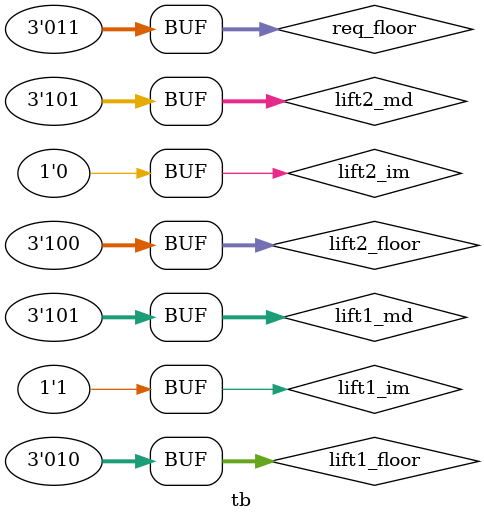
<source format=v>
`include "main.v"

module tb;
    wire [2:0] lift1_floor = 3'b010;
    wire [2:0] lift1_md = 3'b101;
    wire lift1_im = 1;
    wire [2:0] lift2_floor = 3'b100;
    wire [2:0] lift2_md = 3'b101;
    wire lift2_im = 0;
    wire [2:0] req_floor = 3'b011;
    wire [1:0] chosen_lift;
    
    choose_lift cl(lift1_floor, lift1_md, lift1_im, lift2_floor, lift2_md, lift2_im, req_floor, chosen_lift);
    //update_lifts ul(lift1_floor, lift1_md, lift1_im, lift2_floor, lift2_md, lift2_im, req_floor);
    //update_lifts ul2(lift1_floor, lift1_md, lift1_im, lift2_floor, lift2_md, lift2_im, req_floor);
    //update_lifts ul3(lift1_floor, lift1_md, lift1_im, lift2_floor, lift2_md, lift2_im, req_floor);

    initial
    begin
        $monitor("%d", chosen_lift);
    end






endmodule

</source>
